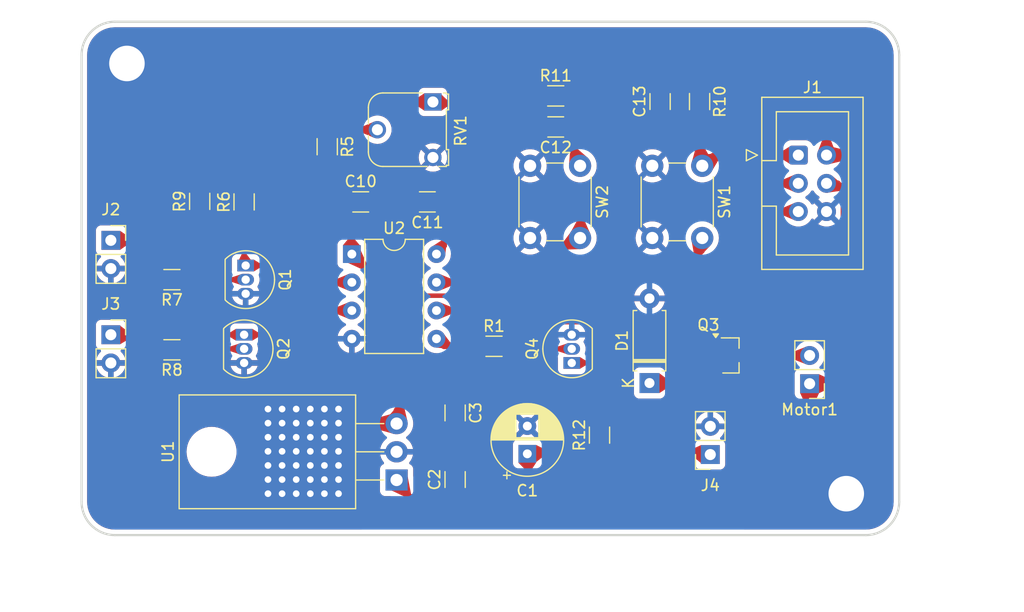
<source format=kicad_pcb>
(kicad_pcb (version 20240108) (generator "pcbnew") (generator_version "8.0")
  (layers (0 "F.Cu" signal) (31 "B.Cu" signal) (34 "B.Paste" user) (35 "F.Paste" user) (36 "B.SilkS" user "B.Silkscreen") (37 "F.SilkS" user "F.Silkscreen") (38 "B.Mask" user) (39 "F.Mask" user) (44 "Edge.Cuts" user))
  (net 0 "")
  (net 1 "+12V")
  (net 2 "GND")
  (net 3 "+5V")
  (net 4 "/MCU/PB5")
  (net 5 "/MCU/PB2")
  (net 6 "/MCU/PB1")
  (net 7 "Net-(D1-K)")
  (net 8 "/Signal 1")
  (net 9 "/Signal 2")
  (net 10 "Net-(Q1-B)")
  (net 11 "/MCU/PB3")
  (net 12 "Net-(Q2-B)")
  (net 13 "/MCU/PB4")
  (net 14 "Net-(Q3-G)")
  (net 15 "Net-(Q4-B)")
  (net 16 "/MCU/PB0")
  (net 17 "/MCU/ADC Speed")
  (footprint "Resistor_SMD:R_1206_3216Metric_Pad1.30x1.75mm_HandSolder" (layer "F.Cu") (at 150.5 123 90)
    (property "Reference" "R12" (at 0 -1.82 90) (layer "F.SilkS"))
    (property "Value" "10K")
    (pad "1" smd roundrect (at -1.55 0 90) (size 1.3 1.75) (layers "F.Cu" "F.Paste" "F.Mask") (roundrect_rratio 0.192308) (net 1 "+12V"))
    (pad "2" smd roundrect (at 1.55 0 90) (size 1.3 1.75) (layers "F.Cu" "F.Paste" "F.Mask") (roundrect_rratio 0.192308) (net 14 "Net-(Q3-G)"))
  )
  (footprint "Connector_PinSocket_2.54mm:PinSocket_1x02_P2.54mm_Vertical" (layer "F.Cu") (at 160.475 124.75 180)
    (property "Reference" "J4" (at 0 -2.77 0) (layer "F.SilkS"))
    (property "Value" "Conn_01x02")
    (pad "1" thru_hole rect (at 0 0 180) (size 1.7 1.7) (drill 1) (layers "*.Cu" "*.Mask") (net 1 "+12V"))
    (pad "2" thru_hole oval (at 0 2.54 180) (size 1.7 1.7) (drill 1) (layers "*.Cu" "*.Mask") (net 2 "GND"))
  )
  (footprint "Potentiometer_THT:Potentiometer_Runtron_RM-065_Vertical" (layer "F.Cu") (at 135.5 93 -90)
    (property "Reference" "RV1" (at 2.6 -2.5 90) (layer "F.SilkS"))
    (property "Value" "R_Potentiometer")
    (pad "1" thru_hole rect (at 0 0 270) (size 1.56 1.56) (drill 1) (layers "*.Cu" "*.Mask") (net 3 "+5V"))
    (pad "2" thru_hole circle (at 2.5 5 270) (size 1.56 1.56) (drill 1) (layers "*.Cu" "*.Mask") (net 17 "/MCU/ADC Speed"))
    (pad "3" thru_hole circle (at 5 0 270) (size 1.56 1.56) (drill 1) (layers "*.Cu" "*.Mask") (net 2 "GND"))
  )
  (footprint "Capacitor_SMD:C_1206_3216Metric_Pad1.33x1.80mm_HandSolder" (layer "F.Cu") (at 155.956 92.964 90)
    (property "Reference" "C13" (at 0 -1.85 90) (layer "F.SilkS"))
    (property "Value" "1nF")
    (pad "1" smd roundrect (at -1.5625 0 90) (size 1.325 1.8) (layers "F.Cu" "F.Paste" "F.Mask") (roundrect_rratio 0.188679) (net 6 "/MCU/PB1"))
    (pad "2" smd roundrect (at 1.5625 0 90) (size 1.325 1.8) (layers "F.Cu" "F.Paste" "F.Mask") (roundrect_rratio 0.188679) (net 2 "GND"))
  )
  (footprint "Resistor_SMD:R_1206_3216Metric_Pad1.30x1.75mm_HandSolder" (layer "F.Cu") (at 141 115)
    (property "Reference" "R1" (at 0 -1.82 0) (layer "F.SilkS"))
    (property "Value" "10K")
    (pad "1" smd roundrect (at -1.55 0) (size 1.3 1.75) (layers "F.Cu" "F.Paste" "F.Mask") (roundrect_rratio 0.192308) (net 16 "/MCU/PB0"))
    (pad "2" smd roundrect (at 1.55 0) (size 1.3 1.75) (layers "F.Cu" "F.Paste" "F.Mask") (roundrect_rratio 0.192308) (net 15 "Net-(Q4-B)"))
  )
  (footprint "Package_TO_SOT_THT:TO-92_Inline" (layer "F.Cu") (at 148 116.5 90)
    (property "Reference" "Q4" (at 1.27 -3.56 90) (layer "F.SilkS"))
    (property "Value" "BC547")
    (pad "1" thru_hole rect (at 0 0 90) (size 1.05 1.5) (drill 0.75) (layers "*.Cu" "*.Mask") (net 14 "Net-(Q3-G)"))
    (pad "2" thru_hole oval (at 1.27 0 90) (size 1.05 1.5) (drill 0.75) (layers "*.Cu" "*.Mask") (net 15 "Net-(Q4-B)"))
    (pad "3" thru_hole oval (at 2.54 0 90) (size 1.05 1.5) (drill 0.75) (layers "*.Cu" "*.Mask") (net 2 "GND"))
  )
  (footprint "Diode_THT:D_A-405_P7.62mm_Horizontal" (layer "F.Cu") (at 155 118.31 90)
    (property "Reference" "D1" (at 3.81 -2.47 90) (layer "F.SilkS"))
    (property "Value" "D_Schottky")
    (fp_text user "K" (at 0 -1.9 90) (layer "F.SilkS"))
    (pad "1" thru_hole rect (at 0 0 90) (size 1.8 1.8) (drill 0.9) (layers "*.Cu" "*.Mask") (net 7 "Net-(D1-K)"))
    (pad "2" thru_hole oval (at 7.62 0 90) (size 1.8 1.8) (drill 0.9) (layers "*.Cu" "*.Mask") (net 2 "GND"))
  )
  (footprint "Resistor_SMD:R_1206_3216Metric_Pad1.30x1.75mm_HandSolder" (layer "F.Cu") (at 114.5 101.95 90)
    (property "Reference" "R9" (at 0 -1.82 90) (layer "F.SilkS"))
    (property "Value" "10K")
    (pad "1" smd roundrect (at -1.55 0 90) (size 1.3 1.75) (layers "F.Cu" "F.Paste" "F.Mask") (roundrect_rratio 0.192308) (net 13 "/MCU/PB4"))
    (pad "2" smd roundrect (at 1.55 0 90) (size 1.3 1.75) (layers "F.Cu" "F.Paste" "F.Mask") (roundrect_rratio 0.192308) (net 3 "+5V"))
  )
  (footprint "Connector_PinHeader_2.54mm:PinHeader_1x02_P2.54mm_Vertical" (layer "F.Cu") (at 169.418 118.369 180)
    (property "Reference" "Motor1" (at 0 -2.33 0) (layer "F.SilkS"))
    (property "Value" "Motor_DC")
    (pad "1" thru_hole rect (at 0 0 180) (size 1.7 1.7) (drill 1) (layers "*.Cu" "*.Mask") (net 3 "+5V"))
    (pad "2" thru_hole oval (at 0 2.54 180) (size 1.7 1.7) (drill 1) (layers "*.Cu" "*.Mask") (net 7 "Net-(D1-K)"))
  )
  (footprint "Capacitor_SMD:C_1206_3216Metric_Pad1.33x1.80mm_HandSolder" (layer "F.Cu") (at 146.558 95.25 180)
    (property "Reference" "C12" (at 0 -1.85 0) (layer "F.SilkS"))
    (property "Value" "1nF")
    (pad "1" smd roundrect (at -1.5625 0 180) (size 1.325 1.8) (layers "F.Cu" "F.Paste" "F.Mask") (roundrect_rratio 0.188679) (net 5 "/MCU/PB2"))
    (pad "2" smd roundrect (at 1.5625 0 180) (size 1.325 1.8) (layers "F.Cu" "F.Paste" "F.Mask") (roundrect_rratio 0.188679) (net 2 "GND"))
  )
  (footprint "Resistor_SMD:R_1206_3216Metric_Pad1.30x1.75mm_HandSolder" (layer "F.Cu") (at 118.5 102 90)
    (property "Reference" "R6" (at 0 -1.82 90) (layer "F.SilkS"))
    (property "Value" "10K")
    (pad "1" smd roundrect (at -1.55 0 90) (size 1.3 1.75) (layers "F.Cu" "F.Paste" "F.Mask") (roundrect_rratio 0.192308) (net 11 "/MCU/PB3"))
    (pad "2" smd roundrect (at 1.55 0 90) (size 1.3 1.75) (layers "F.Cu" "F.Paste" "F.Mask") (roundrect_rratio 0.192308) (net 3 "+5V"))
  )
  (footprint "Capacitor_SMD:C_1206_3216Metric_Pad1.33x1.80mm_HandSolder" (layer "F.Cu") (at 129 102)
    (property "Reference" "C10" (at 0 -1.85 0) (layer "F.SilkS"))
    (property "Value" "1nF")
    (pad "1" smd roundrect (at -1.5625 0) (size 1.325 1.8) (layers "F.Cu" "F.Paste" "F.Mask") (roundrect_rratio 0.188679) (net 4 "/MCU/PB5"))
    (pad "2" smd roundrect (at 1.5625 0) (size 1.325 1.8) (layers "F.Cu" "F.Paste" "F.Mask") (roundrect_rratio 0.188679) (net 2 "GND"))
  )
  (footprint "Package_TO_SOT_THT:TO-220-3_Horizontal_TabDown" (layer "F.Cu") (at 132.23 127.04 90)
    (property "Reference" "U1" (at 2.54 -20.58 90) (layer "F.SilkS"))
    (property "Value" "L7805")
    (pad "" np_thru_hole oval (at 2.54 -16.66 90) (size 3.5 3.5) (drill 3.5) (layers "*.Cu" "*.Mask"))
    (pad "1" thru_hole rect (at 0 0 90) (size 1.905 2) (drill 1.1) (layers "*.Cu" "*.Mask") (net 1 "+12V"))
    (pad "2" thru_hole oval (at 2.54 0 90) (size 1.905 2) (drill 1.1) (layers "*.Cu" "*.Mask") (net 2 "GND"))
    (pad "3" thru_hole oval (at 5.08 0 90) (size 1.905 2) (drill 1.1) (layers "*.Cu" "*.Mask") (net 3 "+5V"))
  )
  (footprint "Connector_PinSocket_2.54mm:PinSocket_1x02_P2.54mm_Vertical" (layer "F.Cu") (at 106.5 113.96)
    (property "Reference" "J3" (at 0 -2.77 0) (layer "F.SilkS"))
    (property "Value" "Conn_01x02")
    (pad "1" thru_hole rect (at 0 0) (size 1.7 1.7) (drill 1) (layers "*.Cu" "*.Mask") (net 9 "/Signal 2"))
    (pad "2" thru_hole oval (at 0 2.54) (size 1.7 1.7) (drill 1) (layers "*.Cu" "*.Mask") (net 2 "GND"))
  )
  (footprint "Resistor_SMD:R_1206_3216Metric_Pad1.30x1.75mm_HandSolder" (layer "F.Cu") (at 125.984 97.028 -90)
    (property "Reference" "R5" (at 0 -1.82 90) (layer "F.SilkS"))
    (property "Value" "1K")
    (pad "1" smd roundrect (at -1.55 0 270) (size 1.3 1.75) (layers "F.Cu" "F.Paste" "F.Mask") (roundrect_rratio 0.192308) (net 17 "/MCU/ADC Speed"))
    (pad "2" smd roundrect (at 1.55 0 270) (size 1.3 1.75) (layers "F.Cu" "F.Paste" "F.Mask") (roundrect_rratio 0.192308) (net 4 "/MCU/PB5"))
  )
  (footprint "Package_TO_SOT_THT:TO-92_Inline" (layer "F.Cu") (at 118.64 107.73 -90)
    (property "Reference" "Q1" (at 1.27 -3.56 90) (layer "F.SilkS"))
    (property "Value" "BC547")
    (pad "1" thru_hole rect (at 0 0 270) (size 1.05 1.5) (drill 0.75) (layers "*.Cu" "*.Mask") (net 11 "/MCU/PB3"))
    (pad "2" thru_hole oval (at 1.27 0 270) (size 1.05 1.5) (drill 0.75) (layers "*.Cu" "*.Mask") (net 10 "Net-(Q1-B)"))
    (pad "3" thru_hole oval (at 2.54 0 270) (size 1.05 1.5) (drill 0.75) (layers "*.Cu" "*.Mask") (net 2 "GND"))
  )
  (footprint "Capacitor_THT:CP_Radial_D6.3mm_P2.50mm" (layer "F.Cu") (at 144 124.68238 90)
    (property "Reference" "C1" (at -3.31762 0 180) (layer "F.SilkS"))
    (property "Value" "220uF")
    (pad "1" thru_hole rect (at 0 0 90) (size 1.6 1.6) (drill 0.8) (layers "*.Cu" "*.Mask") (net 1 "+12V"))
    (pad "2" thru_hole circle (at 2.5 0 90) (size 1.6 1.6) (drill 0.8) (layers "*.Cu" "*.Mask") (net 2 "GND"))
  )
  (footprint "Package_DIP:DIP-8_W7.62mm" (layer "F.Cu") (at 128.2 106.7)
    (property "Reference" "U2" (at 3.81 -2.33 0) (layer "F.SilkS"))
    (property "Value" "ATtiny85-20P")
    (pad "1" thru_hole rect (at 0 0) (size 1.6 1.6) (drill 0.8) (layers "*.Cu" "*.Mask") (net 4 "/MCU/PB5"))
    (pad "2" thru_hole oval (at 0 2.54) (size 1.6 1.6) (drill 0.8) (layers "*.Cu" "*.Mask") (net 11 "/MCU/PB3"))
    (pad "3" thru_hole oval (at 0 5.08) (size 1.6 1.6) (drill 0.8) (layers "*.Cu" "*.Mask") (net 13 "/MCU/PB4"))
    (pad "4" thru_hole oval (at 0 7.62) (size 1.6 1.6) (drill 0.8) (layers "*.Cu" "*.Mask") (net 2 "GND"))
    (pad "5" thru_hole oval (at 7.62 7.62) (size 1.6 1.6) (drill 0.8) (layers "*.Cu" "*.Mask") (net 16 "/MCU/PB0"))
    (pad "6" thru_hole oval (at 7.62 5.08) (size 1.6 1.6) (drill 0.8) (layers "*.Cu" "*.Mask") (net 6 "/MCU/PB1"))
    (pad "7" thru_hole oval (at 7.62 2.54) (size 1.6 1.6) (drill 0.8) (layers "*.Cu" "*.Mask") (net 5 "/MCU/PB2"))
    (pad "8" thru_hole oval (at 7.62 0) (size 1.6 1.6) (drill 0.8) (layers "*.Cu" "*.Mask") (net 3 "+5V"))
  )
  (footprint "Capacitor_SMD:C_1206_3216Metric_Pad1.33x1.80mm_HandSolder" (layer "F.Cu") (at 137.5 121 -90)
    (property "Reference" "C3" (at 0 -1.85 90) (layer "F.SilkS"))
    (property "Value" "100nF")
    (pad "1" smd roundrect (at -1.5625 0 270) (size 1.325 1.8) (layers "F.Cu" "F.Paste" "F.Mask") (roundrect_rratio 0.188679) (net 3 "+5V"))
    (pad "2" smd roundrect (at 1.5625 0 270) (size 1.325 1.8) (layers "F.Cu" "F.Paste" "F.Mask") (roundrect_rratio 0.188679) (net 2 "GND"))
  )
  (footprint "Package_TO_SOT_SMD:SOT-23_Handsoldering" (layer "F.Cu") (at 162.306 115.824)
    (property "Reference" "Q3" (at -2 -2.75 0) (layer "F.SilkS"))
    (property "Value" "AO3400A")
    (pad "1" smd roundrect (at -1.5 -0.95) (size 1.9 0.8) (layers "F.Cu" "F.Paste" "F.Mask") (net 14 "Net-(Q3-G)"))
    (pad "2" smd roundrect (at -1.5 0.95) (size 1.9 0.8) (layers "F.Cu" "F.Paste" "F.Mask") (net 2 "GND"))
    (pad "3" smd roundrect (at 1.5 0) (size 1.9 0.8) (layers "F.Cu" "F.Paste" "F.Mask") (net 7 "Net-(D1-K)"))
  )
  (footprint "Capacitor_SMD:C_1206_3216Metric_Pad1.33x1.80mm_HandSolder" (layer "F.Cu") (at 137.5 127 90)
    (property "Reference" "C2" (at 0 -1.85 90) (layer "F.SilkS"))
    (property "Value" "100nF")
    (pad "1" smd roundrect (at -1.5625 0 90) (size 1.325 1.8) (layers "F.Cu" "F.Paste" "F.Mask") (roundrect_rratio 0.188679) (net 1 "+12V"))
    (pad "2" smd roundrect (at 1.5625 0 90) (size 1.325 1.8) (layers "F.Cu" "F.Paste" "F.Mask") (roundrect_rratio 0.188679) (net 2 "GND"))
  )
  (footprint "Connector_IDC:IDC-Header_2x03_P2.54mm_Vertical" (layer "F.Cu") (at 168.402 97.79)
    (property "Reference" "J1" (at 1.27 -6.1 0) (layer "F.SilkS"))
    (property "Value" "AVR-ISP-6")
    (pad "1" thru_hole roundrect (at 0 0) (size 1.7 1.7) (drill 1) (layers "*.Cu" "*.Mask") (roundrect_rratio 0.147059) (net 6 "/MCU/PB1"))
    (pad "2" thru_hole circle (at 2.54 0) (size 1.7 1.7) (drill 1) (layers "*.Cu" "*.Mask") (net 3 "+5V"))
    (pad "3" thru_hole circle (at 0 2.54) (size 1.7 1.7) (drill 1) (layers "*.Cu" "*.Mask") (net 5 "/MCU/PB2"))
    (pad "4" thru_hole circle (at 2.54 2.54) (size 1.7 1.7) (drill 1) (layers "*.Cu" "*.Mask") (net 16 "/MCU/PB0"))
    (pad "5" thru_hole circle (at 0 5.08) (size 1.7 1.7) (drill 1) (layers "*.Cu" "*.Mask") (net 4 "/MCU/PB5"))
    (pad "6" thru_hole circle (at 2.54 5.08) (size 1.7 1.7) (drill 1) (layers "*.Cu" "*.Mask") (net 2 "GND"))
  )
  (footprint "Resistor_SMD:R_1206_3216Metric_Pad1.30x1.75mm_HandSolder" (layer "F.Cu") (at 112 109 180)
    (property "Reference" "R7" (at 0 -1.82 0) (layer "F.SilkS"))
    (property "Value" "10K")
    (pad "1" smd roundrect (at -1.55 0 180) (size 1.3 1.75) (layers "F.Cu" "F.Paste" "F.Mask") (roundrect_rratio 0.192308) (net 10 "Net-(Q1-B)"))
    (pad "2" smd roundrect (at 1.55 0 180) (size 1.3 1.75) (layers "F.Cu" "F.Paste" "F.Mask") (roundrect_rratio 0.192308) (net 8 "/Signal 1"))
  )
  (footprint "Resistor_SMD:R_1206_3216Metric_Pad1.30x1.75mm_HandSolder" (layer "F.Cu") (at 159.512 92.964 -90)
    (property "Reference" "R10" (at 0 -1.82 90) (layer "F.SilkS"))
    (property "Value" "10K")
    (pad "1" smd roundrect (at -1.55 0 270) (size 1.3 1.75) (layers "F.Cu" "F.Paste" "F.Mask") (roundrect_rratio 0.192308) (net 3 "+5V"))
    (pad "2" smd roundrect (at 1.55 0 270) (size 1.3 1.75) (layers "F.Cu" "F.Paste" "F.Mask") (roundrect_rratio 0.192308) (net 6 "/MCU/PB1"))
  )
  (footprint "Resistor_SMD:R_1206_3216Metric_Pad1.30x1.75mm_HandSolder" (layer "F.Cu") (at 146.558 92.456)
    (property "Reference" "R11" (at 0 -1.82 0) (layer "F.SilkS"))
    (property "Value" "10K")
    (pad "1" smd roundrect (at -1.55 0) (size 1.3 1.75) (layers "F.Cu" "F.Paste" "F.Mask") (roundrect_rratio 0.192308) (net 3 "+5V"))
    (pad "2" smd roundrect (at 1.55 0) (size 1.3 1.75) (layers "F.Cu" "F.Paste" "F.Mask") (roundrect_rratio 0.192308) (net 5 "/MCU/PB2"))
  )
  (footprint "Button_Switch_THT:SW_PUSH_6mm_H4.3mm" (layer "F.Cu") (at 148.75 98.75 -90)
    (property "Reference" "SW2" (at 3.25 -2 90) (layer "F.SilkS"))
    (property "Value" "SW_Push")
    (pad "1" thru_hole circle (at 0 0) (size 2 2) (drill 1.1) (layers "*.Cu" "*.Mask") (net 5 "/MCU/PB2"))
    (pad "1" thru_hole circle (at 6.5 0) (size 2 2) (drill 1.1) (layers "*.Cu" "*.Mask") (net 5 "/MCU/PB2"))
    (pad "2" thru_hole circle (at 0 4.5) (size 2 2) (drill 1.1) (layers "*.Cu" "*.Mask") (net 2 "GND"))
    (pad "2" thru_hole circle (at 6.5 4.5) (size 2 2) (drill 1.1) (layers "*.Cu" "*.Mask") (net 2 "GND"))
  )
  (footprint "Package_TO_SOT_THT:TO-92_Inline" (layer "F.Cu") (at 118.5 113.96 -90)
    (property "Reference" "Q2" (at 1.27 -3.56 90) (layer "F.SilkS"))
    (property "Value" "BC547")
    (pad "1" thru_hole rect (at 0 0 270) (size 1.05 1.5) (drill 0.75) (layers "*.Cu" "*.Mask") (net 13 "/MCU/PB4"))
    (pad "2" thru_hole oval (at 1.27 0 270) (size 1.05 1.5) (drill 0.75) (layers "*.Cu" "*.Mask") (net 12 "Net-(Q2-B)"))
    (pad "3" thru_hole oval (at 2.54 0 270) (size 1.05 1.5) (drill 0.75) (layers "*.Cu" "*.Mask") (net 2 "GND"))
  )
  (footprint "Button_Switch_THT:SW_PUSH_6mm_H4.3mm" (layer "F.Cu") (at 159.75 98.75 -90)
    (property "Reference" "SW1" (at 3.25 -2 90) (layer "F.SilkS"))
    (property "Value" "SW_Push")
    (pad "1" thru_hole circle (at 0 0) (size 2 2) (drill 1.1) (layers "*.Cu" "*.Mask") (net 6 "/MCU/PB1"))
    (pad "1" thru_hole circle (at 6.5 0) (size 2 2) (drill 1.1) (layers "*.Cu" "*.Mask") (net 6 "/MCU/PB1"))
    (pad "2" thru_hole circle (at 0 4.5) (size 2 2) (drill 1.1) (layers "*.Cu" "*.Mask") (net 2 "GND"))
    (pad "2" thru_hole circle (at 6.5 4.5) (size 2 2) (drill 1.1) (layers "*.Cu" "*.Mask") (net 2 "GND"))
  )
  (footprint "Capacitor_SMD:C_1206_3216Metric_Pad1.33x1.80mm_HandSolder" (layer "F.Cu") (at 135 102 180)
    (property "Reference" "C11" (at 0 -1.85 0) (layer "F.SilkS"))
    (property "Value" "100nF")
    (pad "1" smd roundrect (at -1.5625 0 180) (size 1.325 1.8) (layers "F.Cu" "F.Paste" "F.Mask") (roundrect_rratio 0.188679) (net 3 "+5V"))
    (pad "2" smd roundrect (at 1.5625 0 180) (size 1.325 1.8) (layers "F.Cu" "F.Paste" "F.Mask") (roundrect_rratio 0.188679) (net 2 "GND"))
  )
  (footprint "Connector_PinSocket_2.54mm:PinSocket_1x02_P2.54mm_Vertical" (layer "F.Cu") (at 106.5 105.46)
    (property "Reference" "J2" (at 0 -2.77 0) (layer "F.SilkS"))
    (property "Value" "Conn_01x02")
    (pad "1" thru_hole rect (at 0 0) (size 1.7 1.7) (drill 1) (layers "*.Cu" "*.Mask") (net 8 "/Signal 1"))
    (pad "2" thru_hole oval (at 0 2.54) (size 1.7 1.7) (drill 1) (layers "*.Cu" "*.Mask") (net 2 "GND"))
  )
  (footprint "Resistor_SMD:R_1206_3216Metric_Pad1.30x1.75mm_HandSolder" (layer "F.Cu") (at 112 115.316 180)
    (property "Reference" "R8" (at 0 -1.82 0) (layer "F.SilkS"))
    (property "Value" "10K")
    (pad "1" smd roundrect (at -1.55 0 180) (size 1.3 1.75) (layers "F.Cu" "F.Paste" "F.Mask") (roundrect_rratio 0.192308) (net 12 "Net-(Q2-B)"))
    (pad "2" smd roundrect (at 1.55 0 180) (size 1.3 1.75) (layers "F.Cu" "F.Paste" "F.Mask") (roundrect_rratio 0.192308) (net 9 "/Signal 2"))
  )
  (gr_arc (start 174.484 85.778) (mid 176.60532 86.65668) (end 177.484 88.778) (stroke (width 0.2)) (layer "Edge.Cuts"))
  (gr_arc (start 177.484 129) (mid 176.60532 131.12132) (end 174.484 132) (stroke (width 0.2)) (layer "Edge.Cuts"))
  (gr_line (start 174.484 132) (end 106.866 132) (stroke (width 0.2)) (layer "Edge.Cuts"))
  (gr_arc (start 106.866 132) (mid 104.74468 131.12132) (end 103.866 129) (stroke (width 0.2)) (layer "Edge.Cuts"))
  (gr_line (start 106.866 85.778) (end 174.484 85.778) (stroke (width 0.2)) (layer "Edge.Cuts"))
  (gr_arc (start 103.866 88.778) (mid 104.74468 86.65668) (end 106.866 85.778) (stroke (width 0.2)) (layer "Edge.Cuts"))
  (gr_line (start 177.484 88.778) (end 177.484 129) (stroke (width 0.2)) (layer "Edge.Cuts"))
  (gr_line (start 103.866 129) (end 103.866 88.778) (stroke (width 0.2)) (layer "Edge.Cuts"))
  (segment (start 133.3885 128.5625) (end 137.5 128.5625) (width 0.508) (layer "F.Cu") (net 1))
  (segment (start 144.13238 124.55) (end 144 124.68238) (width 0.508) (layer "F.Cu") (net 1))
  (segment (start 150.5 124.55) (end 144.13238 124.55) (width 0.508) (layer "F.Cu") (net 1))
  (segment (start 141.6935 128.5625) (end 144 126.256) (width 0.508) (layer "F.Cu") (net 1))
  (segment (start 132.23 127.04) (end 132.23 127.404) (width 0.508) (layer "F.Cu") (net 1))
  (segment (start 144 126.256) (end 144 124.68238) (width 0.508) (layer "F.Cu") (net 1))
  (segment (start 137.5 128.5625) (end 141.6935 128.5625) (width 0.508) (layer "F.Cu") (net 1))
  (segment (start 160.275 124.55) (end 160.475 124.75) (width 0.508) (layer "F.Cu") (net 1))
  (segment (start 150.5 124.55) (end 160.275 124.55) (width 0.508) (layer "F.Cu") (net 1))
  (segment (start 132.23 127.404) (end 133.3885 128.5625) (width 0.508) (layer "F.Cu") (net 1))
  (segment (start 133.4375 102) (end 133.4375 100.0625) (width 0.508) (layer "F.Cu") (net 2))
  (segment (start 137.5 125.4375) (end 137.5 122.5625) (width 0.4064) (layer "F.Cu") (net 2))
  (segment (start 132.27 124.46) (end 132.23 124.5) (width 0.4064) (layer "F.Cu") (net 2))
  (segment (start 133.4375 102) (end 130.5625 102) (width 0.508) (layer "F.Cu") (net 2))
  (segment (start 133.4375 100.0625) (end 135.5 98) (width 0.508) (layer "F.Cu") (net 2))
  (segment (start 136.5225 124.46) (end 132.27 124.46) (width 0.4064) (layer "F.Cu") (net 2))
  (segment (start 137.5 125.4375) (end 136.5225 124.46) (width 0.4064) (layer "F.Cu") (net 2))
  (via (at 172.72 128.27) (size 4.4) (drill 3.2) (layers "F.Cu" "B.Cu") (net 2))
  (via (at 120.65 125.73) (size 0.8) (drill 0.6) (layers "F.Cu" "B.Cu") (net 2))
  (via (at 123.19 120.65) (size 0.8) (drill 0.6) (layers "F.Cu" "B.Cu") (net 2))
  (via (at 121.92 125.73) (size 0.8) (drill 0.6) (layers "F.Cu" "B.Cu") (net 2))
  (via (at 120.65 123.19) (size 0.8) (drill 0.6) (layers "F.Cu" "B.Cu") (net 2))
  (via (at 127 125.73) (size 0.8) (drill 0.6) (layers "F.Cu" "B.Cu") (net 2))
  (via (at 123.19 128.27) (size 0.8) (drill 0.6) (layers "F.Cu" "B.Cu") (net 2))
  (via (at 120.65 127) (size 0.8) (drill 0.6) (layers "F.Cu" "B.Cu") (net 2))
  (via (at 124.46 124.46) (size 0.8) (drill 0.6) (layers "F.Cu" "B.Cu") (net 2))
  (via (at 123.19 124.46) (size 0.8) (drill 0.6) (layers "F.Cu" "B.Cu") (net 2))
  (via (at 125.73 120.65) (size 0.8) (drill 0.6) (layers "F.Cu" "B.Cu") (net 2))
  (via (at 125.73 128.27) (size 0.8) (drill 0.6) (layers "F.Cu" "B.Cu") (net 2))
  (via (at 127 128.27) (size 0.8) (drill 0.6) (layers "F.Cu" "B.Cu") (net 2))
  (via (at 123.19 121.92) (size 0.8) (drill 0.6) (layers "F.Cu" "B.Cu") (net 2))
  (via (at 120.65 121.92) (size 0.8) (drill 0.6) (layers "F.Cu" "B.Cu") (net 2))
  (via (at 124.46 120.65) (size 0.8) (drill 0.6) (layers "F.Cu" "B.Cu") (net 2))
  (via (at 121.92 124.46) (size 0.8) (drill 0.6) (layers "F.Cu" "B.Cu") (net 2))
  (via (at 123.19 125.73) (size 0.8) (drill 0.6) (layers "F.Cu" "B.Cu") (net 2))
  (via (at 121.92 123.19) (size 0.8) (drill 0.6) (layers "F.Cu" "B.Cu") (net 2))
  (via (at 123.19 127) (size 0.8) (drill 0.6) (layers "F.Cu" "B.Cu") (net 2))
  (via (at 125.73 123.19) (size 0.8) (drill 0.6) (layers "F.Cu" "B.Cu") (net 2))
  (via (at 124.46 123.19) (size 0.8) (drill 0.6) (layers "F.Cu" "B.Cu") (net 2))
  (via (at 120.65 124.46) (size 0.8) (drill 0.6) (layers "F.Cu" "B.Cu") (net 2))
  (via (at 121.92 120.65) (size 0.8) (drill 0.6) (layers "F.Cu" "B.Cu") (net 2))
  (via (at 127 121.92) (size 0.8) (drill 0.6) (layers "F.Cu" "B.Cu") (net 2))
  (via (at 125.73 121.92) (size 0.8) (drill 0.6) (layers "F.Cu" "B.Cu") (net 2))
  (via (at 124.46 125.73) (size 0.8) (drill 0.6) (layers "F.Cu" "B.Cu") (net 2))
  (via (at 120.65 120.65) (size 0.8) (drill 0.6) (layers "F.Cu" "B.Cu") (net 2))
  (via (at 124.46 128.27) (size 0.8) (drill 0.6) (layers "F.Cu" "B.Cu") (net 2))
  (via (at 125.73 125.73) (size 0.8) (drill 0.6) (layers "F.Cu" "B.Cu") (net 2))
  (via (at 125.73 127) (size 0.8) (drill 0.6) (layers "F.Cu" "B.Cu") (net 2))
  (via (at 127 120.65) (size 0.8) (drill 0.6) (layers "F.Cu" "B.Cu") (net 2))
  (via (at 124.46 127) (size 0.8) (drill 0.6) (layers "F.Cu" "B.Cu") (net 2))
  (via (at 124.46 121.92) (size 0.8) (drill 0.6) (layers "F.Cu" "B.Cu") (net 2))
  (via (at 127 127) (size 0.8) (drill 0.6) (layers "F.Cu" "B.Cu") (net 2))
  (via (at 121.92 128.27) (size 0.8) (drill 0.6) (layers "F.Cu" "B.Cu") (net 2))
  (via (at 127 124.46) (size 0.8) (drill 0.6) (layers "F.Cu" "B.Cu") (net 2))
  (via (at 121.92 127) (size 0.8) (drill 0.6) (layers "F.Cu" "B.Cu") (net 2))
  (via (at 107.95 89.535) (size 4.4) (drill 3.2) (layers "F.Cu" "B.Cu") (net 2))
  (via (at 121.92 121.92) (size 0.8) (drill 0.6) (layers "F.Cu" "B.Cu") (net 2))
  (via (at 123.19 123.19) (size 0.8) (drill 0.6) (layers "F.Cu" "B.Cu") (net 2))
  (via (at 125.73 124.46) (size 0.8) (drill 0.6) (layers "F.Cu" "B.Cu") (net 2))
  (via (at 127 123.19) (size 0.8) (drill 0.6) (layers "F.Cu" "B.Cu") (net 2))
  (via (at 120.65 128.27) (size 0.8) (drill 0.6) (layers "F.Cu" "B.Cu") (net 2))
  (segment (start 114.5 100.4) (end 118.45 100.4) (width 0.508) (layer "F.Cu") (net 3))
  (segment (start 133.5465 119.4375) (end 137.5 119.4375) (width 0.508) (layer "F.Cu") (net 3))
  (segment (start 129.032 129.794) (end 129.794 130.556) (width 0.9144) (layer "F.Cu") (net 3))
  (segment (start 159.512 87.884) (end 165.608 87.884) (width 0.508) (layer "F.Cu") (net 3))
  (segment (start 140.632 90) (end 144.95 90) (width 0.508) (layer "F.Cu") (net 3))
  (segment (start 146.05 87.884) (end 159.512 87.884) (width 0.508) (layer "F.Cu") (net 3))
  (segment (start 173.355 97.79) (end 170.942 97.79) (width 0.9144) (layer "F.Cu") (net 3))
  (segment (start 136.5625 105.9575) (end 135.82 106.7) (width 0.4064) (layer "F.Cu") (net 3))
  (segment (start 129.794 130.556) (end 162.814 130.556) (width 0.9144) (layer "F.Cu") (net 3))
  (segment (start 136.5625 102) (end 138.03 102) (width 0.4064) (layer "F.Cu") (net 3))
  (segment (start 144.95 88.984) (end 146.05 87.884) (width 0.508) (layer "F.Cu") (net 3))
  (segment (start 118.5 100.45) (end 118.5 96.384) (width 0.508) (layer "F.Cu") (net 3))
  (segment (start 169.418 123.952) (end 169.418 118.369) (width 0.9144) (layer "F.Cu") (net 3))
  (segment (start 129.032 123.19) (end 129.032 129.794) (width 0.9144) (layer "F.Cu") (net 3))
  (segment (start 170.942 93.218) (end 170.942 97.79) (width 0.508) (layer "F.Cu") (net 3))
  (segment (start 165.608 87.884) (end 170.942 93.218) (width 0.508) (layer "F.Cu") (net 3))
  (segment (start 138.03 102) (end 138.938 101.092) (width 0.4064) (layer "F.Cu") (net 3))
  (segment (start 118.5 96.384) (end 121.884 93) (width 0.508) (layer "F.Cu") (net 3))
  (segment (start 172.461 118.369) (end 175.26 115.57) (width 0.9144) (layer "F.Cu") (net 3))
  (segment (start 121.884 93) (end 135.5 93) (width 0.508) (layer "F.Cu") (net 3))
  (segment (start 145.008 92.456) (end 145.008 90.058) (width 0.508) (layer "F.Cu") (net 3))
  (segment (start 132.23 120.754) (end 133.5465 119.4375) (width 0.508) (layer "F.Cu") (net 3))
  (segment (start 132.23 121.96) (end 132.23 120.754) (width 0.508) (layer "F.Cu") (net 3))
  (segment (start 162.814 130.556) (end 169.418 123.952) (width 0.9144) (layer "F.Cu") (net 3))
  (segment (start 175.26 115.57) (end 175.26 99.695) (width 0.9144) (layer "F.Cu") (net 3))
  (segment (start 130.262 121.96) (end 129.032 123.19) (width 0.9144) (layer "F.Cu") (net 3))
  (segment (start 137.16 93.472) (end 140.632 90) (width 0.508) (layer "F.Cu") (net 3))
  (segment (start 118.45 100.4) (end 118.5 100.45) (width 0.508) (layer "F.Cu") (net 3))
  (segment (start 169.418 118.369) (end 172.461 118.369) (width 0.9144) (layer "F.Cu") (net 3))
  (segment (start 138.938 101.092) (end 138.938 95.25) (width 0.4064) (layer "F.Cu") (net 3))
  (segment (start 159.512 91.414) (end 159.512 87.884) (width 0.508) (layer "F.Cu") (net 3))
  (segment (start 132.23 121.96) (end 130.262 121.96) (width 0.9144) (layer "F.Cu") (net 3))
  (segment (start 144.95 90) (end 144.95 88.984) (width 0.508) (layer "F.Cu") (net 3))
  (segment (start 145.008 90.058) (end 144.95 90) (width 0.508) (layer "F.Cu") (net 3))
  (segment (start 136.688 93) (end 135.5 93) (width 0.4064) (layer "F.Cu") (net 3))
  (segment (start 137.16 93.472) (end 136.688 93) (width 0.4064) (layer "F.Cu") (net 3))
  (segment (start 136.5625 102) (end 136.5625 105.9575) (width 0.4064) (layer "F.Cu") (net 3))
  (segment (start 175.26 99.695) (end 173.355 97.79) (width 0.9144) (layer "F.Cu") (net 3))
  (segment (start 138.938 95.25) (end 137.16 93.472) (width 0.4064) (layer "F.Cu") (net 3))
  (segment (start 126.892 102) (end 127.4375 102) (width 0.4064) (layer "F.Cu") (net 4))
  (segment (start 128.2 105.34) (end 127.4375 104.5775) (width 0.4064) (layer "F.Cu") (net 4))
  (segment (start 156.972 107.188) (end 157.48 106.68) (width 0.4064) (layer "F.Cu") (net 4))
  (segment (start 145.3348 110.4432) (end 148.59 107.188) (width 0.4064) (layer "F.Cu") (net 4))
  (segment (start 125.984 98.578) (end 125.984 101.092) (width 0.4064) (layer "F.Cu") (net 4))
  (segment (start 157.48 104.394) (end 159.004 102.87) (width 0.4064) (layer "F.Cu") (net 4))
  (segment (start 131.9432 110.4432) (end 145.3348 110.4432) (width 0.4064) (layer "F.Cu") (net 4))
  (segment (start 157.48 106.68) (end 157.48 104.394) (width 0.4064) (layer "F.Cu") (net 4))
  (segment (start 127.4375 104.5775) (end 127.4375 102) (width 0.4064) (layer "F.Cu") (net 4))
  (segment (start 125.984 101.092) (end 126.892 102) (width 0.4064) (layer "F.Cu") (net 4))
  (segment (start 128.2 106.7) (end 131.9432 110.4432) (width 0.4064) (layer "F.Cu") (net 4))
  (segment (start 148.59 107.188) (end 156.972 107.188) (width 0.4064) (layer "F.Cu") (net 4))
  (segment (start 128.2 106.7) (end 128.2 105.34) (width 0.4064) (layer "F.Cu") (net 4))
  (segment (start 159.004 102.87) (end 168.402 102.87) (width 0.4064) (layer "F.Cu") (net 4))
  (segment (start 148.108 92.456) (end 148.108 95.2375) (width 0.4064) (layer "F.Cu") (net 5))
  (segment (start 148.75 103.472) (end 148.75 105.25) (width 0.4064) (layer "F.Cu") (net 5))
  (segment (start 161.036 101.854) (end 150.368 101.854) (width 0.4064) (layer "F.Cu") (net 5))
  (segment (start 148.75 105.25) (end 147.988 105.25) (width 0.4064) (layer "F.Cu") (net 5))
  (segment (start 150.368 101.854) (end 148.75 103.472) (width 0.4064) (layer "F.Cu") (net 5))
  (segment (start 143.998 109.24) (end 135.82 109.24) (width 0.4064) (layer "F.Cu") (net 5))
  (segment (start 148.082 95.2885) (end 148.1205 95.25) (width 0.4064) (layer "F.Cu") (net 5))
  (segment (start 148.108 95.2375) (end 148.1205 95.25) (width 0.4064) (layer "F.Cu") (net 5))
  (segment (start 148.082 98.082) (end 148.082 95.2885) (width 0.4064) (layer "F.Cu") (net 5))
  (segment (start 168.402 100.33) (end 162.56 100.33) (width 0.4064) (layer "F.Cu") (net 5))
  (segment (start 147.988 105.25) (end 143.998 109.24) (width 0.4064) (layer "F.Cu") (net 5))
  (segment (start 148.75 98.75) (end 148.082 98.082) (width 0.4064) (layer "F.Cu") (net 5))
  (segment (start 162.56 100.33) (end 161.036 101.854) (width 0.4064) (layer "F.Cu") (net 5))
  (segment (start 159.4995 94.5265) (end 159.512 94.514) (width 0.508) (layer "F.Cu") (net 6))
  (segment (start 159.75 106.442) (end 157.48 108.712) (width 0.4064) (layer "F.Cu") (net 6))
  (segment (start 145.776 111.78) (end 135.82 111.78) (width 0.4064) (layer "F.Cu") (net 6))
  (segment (start 159.512 98.512) (end 159.75 98.75) (width 0.508) (layer "F.Cu") (net 6))
  (segment (start 148.844 108.712) (end 145.776 111.78) (width 0.4064) (layer "F.Cu") (net 6))
  (segment (start 159.75 105.25) (end 159.75 106.442) (width 0.4064) (layer "F.Cu") (net 6))
  (segment (start 155.956 94.5265) (end 159.4995 94.5265) (width 0.508) (layer "F.Cu") (net 6))
  (segment (start 168.402 97.79) (end 160.71 97.79) (width 0.4064) (layer "F.Cu") (net 6))
  (segment (start 157.48 108.712) (end 148.844 108.712) (width 0.4064) (layer "F.Cu") (net 6))
  (segment (start 160.71 97.79) (end 159.75 98.75) (width 0.4064) (layer "F.Cu") (net 6))
  (segment (start 159.512 94.514) (end 159.512 98.512) (width 0.508) (layer "F.Cu") (net 6))
  (segment (start 155.054 118.364) (end 155 118.31) (width 0.508) (layer "F.Cu") (net 7))
  (segment (start 163.806 115.824) (end 163.806 117.118) (width 0.508) (layer "F.Cu") (net 7))
  (segment (start 163.806 117.118) (end 162.56 118.364) (width 0.508) (layer "F.Cu") (net 7))
  (segment (start 162.56 118.364) (end 155.054 118.364) (width 0.508) (layer "F.Cu") (net 7))
  (segment (start 169.418 115.829) (end 163.811 115.829) (width 0.508) (layer "F.Cu") (net 7))
  (segment (start 163.811 115.829) (end 163.806 115.824) (width 0.508) (layer "F.Cu") (net 7))
  (segment (start 110.45 109) (end 110.45 106.894) (width 0.508) (layer "F.Cu") (net 8))
  (segment (start 109.016 105.46) (end 106.5 105.46) (width 0.508) (layer "F.Cu") (net 8))
  (segment (start 110.45 106.894) (end 109.016 105.46) (width 0.508) (layer "F.Cu") (net 8))
  (segment (start 109.18 114.046) (end 106.586 114.046) (width 0.508) (layer "F.Cu") (net 9))
  (segment (start 106.586 114.046) (end 106.5 113.96) (width 0.508) (layer "F.Cu") (net 9))
  (segment (start 110.45 115.316) (end 109.18 114.046) (width 0.508) (layer "F.Cu") (net 9))
  (segment (start 118.64 109) (end 113.55 109) (width 0.4064) (layer "F.Cu") (net 10))
  (segment (start 118.5 103.55) (end 118.5 107.59) (width 0.4064) (layer "F.Cu") (net 11))
  (segment (start 123.104 107.73) (end 118.64 107.73) (width 0.4064) (layer "F.Cu") (net 11))
  (segment (start 118.5 107.59) (end 118.64 107.73) (width 0.4064) (layer "F.Cu") (net 11))
  (segment (start 124.614 109.24) (end 123.104 107.73) (width 0.4064) (layer "F.Cu") (net 11))
  (segment (start 128.2 109.24) (end 124.614 109.24) (width 0.4064) (layer "F.Cu") (net 11))
  (segment (start 118.5 115.23) (end 113.636 115.23) (width 0.4064) (layer "F.Cu") (net 12))
  (segment (start 113.636 115.23) (end 113.55 115.316) (width 0.4064) (layer "F.Cu") (net 12))
  (segment (start 124.44 111.78) (end 122.26 113.96) (width 0.4064) (layer "F.Cu") (net 13))
  (segment (start 114.5 103.5) (end 112.014 105.986) (width 0.4064) (layer "F.Cu") (net 13))
  (segment (start 112.014 110.4265) (end 115.5475 113.96) (width 0.4064) (layer "F.Cu") (net 13))
  (segment (start 122.26 113.96) (end 118.5 113.96) (width 0.4064) (layer "F.Cu") (net 13))
  (segment (start 112.014 105.986) (end 112.014 110.4265) (width 0.4064) (layer "F.Cu") (net 13))
  (segment (start 115.5475 113.96) (end 118.5 113.96) (width 0.4064) (layer "F.Cu") (net 13))
  (segment (start 128.2 111.78) (end 124.44 111.78) (width 0.4064) (layer "F.Cu") (net 13))
  (segment (start 150.5 121.45) (end 150.5 116.632) (width 0.4064) (layer "F.Cu") (net 14))
  (segment (start 151.47 116.5) (end 153.096 114.874) (width 0.4064) (layer "F.Cu") (net 14))
  (segment (start 148 116.5) (end 150.368 116.5) (width 0.4064) (layer "F.Cu") (net 14))
  (segment (start 153.096 114.874) (end 160.806 114.874) (width 0.4064) (layer "F.Cu") (net 14))
  (segment (start 150.368 116.5) (end 151.47 116.5) (width 0.4064) (layer "F.Cu") (net 14))
  (segment (start 150.5 116.632) (end 150.368 116.5) (width 0.4064) (layer "F.Cu") (net 14))
  (segment (start 142.78 115.23) (end 142.55 115) (width 0.4064) (layer "F.Cu") (net 15))
  (segment (start 148 115.23) (end 142.78 115.23) (width 0.4064) (layer "F.Cu") (net 15))
  (segment (start 136.5 115) (end 135.82 114.32) (width 0.508) (layer "F.Cu") (net 16))
  (segment (start 168.656 112.776) (end 172.466 108.966) (width 0.508) (layer "F.Cu") (net 16))
  (segment (start 172.466 108.966) (end 172.466 100.838) (width 0.508) (layer "F.Cu") (net 16))
  (segment (start 139.45 115) (end 141.674 112.776) (width 0.508) (layer "F.Cu") (net 16))
  (segment (start 172.466 100.838) (end 171.958 100.33) (width 0.508) (layer "F.Cu") (net 16))
  (segment (start 141.674 112.776) (end 168.656 112.776) (width 0.508) (layer "F.Cu") (net 16))
  (segment (start 139.45 115) (end 136.5 115) (width 0.508) (layer "F.Cu") (net 16))
  (segment (start 171.958 100.33) (end 170.942 100.33) (width 0.508) (layer "F.Cu") (net 16))
  (segment (start 130.5 95.5) (end 126.006 95.5) (width 0.4064) (layer "F.Cu") (net 17))
  (segment (start 126.006 95.5) (end 125.984 95.478) (width 0.4064) (layer "F.Cu") (net 17))
  (zone (net 2) (net_name "GND") (layers "F&B.Cu") (connect_pads (clearance 0.5)) (min_thickness 0.25) (fill yes (thermal_gap 0.5) (thermal_bridge_width 0.5))
    (polygon (pts (xy 96.52 83.82) (xy 188.722 83.82) (xy 188.722 138.938) (xy 96.52 138.938)))
  )
)
</source>
